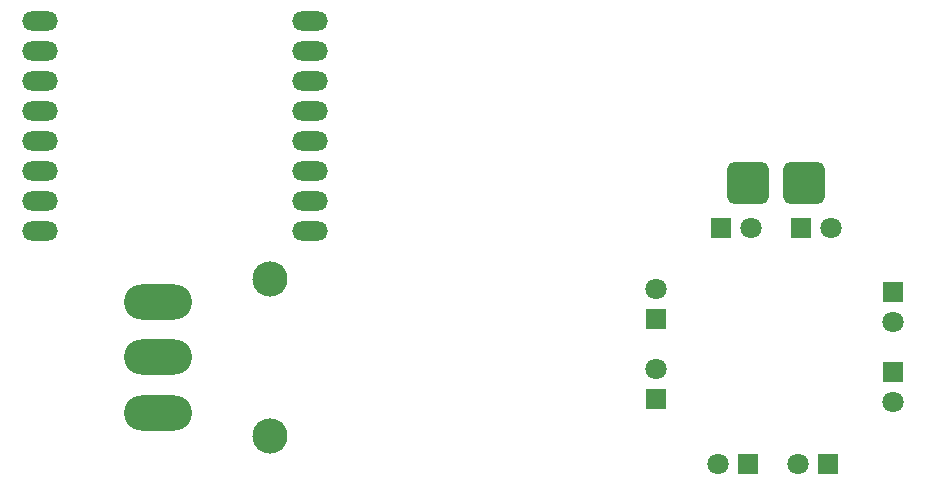
<source format=gbr>
%TF.GenerationSoftware,KiCad,Pcbnew,9.0.1*%
%TF.CreationDate,2025-06-19T23:09:26+02:00*%
%TF.ProjectId,Night-Gogle,4e696768-742d-4476-9f67-6c652e6b6963,rev?*%
%TF.SameCoordinates,Original*%
%TF.FileFunction,Soldermask,Bot*%
%TF.FilePolarity,Negative*%
%FSLAX46Y46*%
G04 Gerber Fmt 4.6, Leading zero omitted, Abs format (unit mm)*
G04 Created by KiCad (PCBNEW 9.0.1) date 2025-06-19 23:09:26*
%MOMM*%
%LPD*%
G01*
G04 APERTURE LIST*
G04 Aperture macros list*
%AMRoundRect*
0 Rectangle with rounded corners*
0 $1 Rounding radius*
0 $2 $3 $4 $5 $6 $7 $8 $9 X,Y pos of 4 corners*
0 Add a 4 corners polygon primitive as box body*
4,1,4,$2,$3,$4,$5,$6,$7,$8,$9,$2,$3,0*
0 Add four circle primitives for the rounded corners*
1,1,$1+$1,$2,$3*
1,1,$1+$1,$4,$5*
1,1,$1+$1,$6,$7*
1,1,$1+$1,$8,$9*
0 Add four rect primitives between the rounded corners*
20,1,$1+$1,$2,$3,$4,$5,0*
20,1,$1+$1,$4,$5,$6,$7,0*
20,1,$1+$1,$6,$7,$8,$9,0*
20,1,$1+$1,$8,$9,$2,$3,0*%
G04 Aperture macros list end*
%ADD10R,1.800000X1.800000*%
%ADD11C,1.800000*%
%ADD12O,5.754000X2.979000*%
%ADD13C,2.979000*%
%ADD14RoundRect,0.525000X1.225000X1.225000X-1.225000X1.225000X-1.225000X-1.225000X1.225000X-1.225000X0*%
%ADD15O,3.048800X1.626400*%
G04 APERTURE END LIST*
D10*
%TO.C,D2*%
X106250000Y-79250000D03*
D11*
X106250000Y-76710000D03*
%TD*%
D10*
%TO.C,D7*%
X118500000Y-71500000D03*
D11*
X121040000Y-71500000D03*
%TD*%
D10*
%TO.C,D6*%
X120780000Y-91500000D03*
D11*
X118240000Y-91500000D03*
%TD*%
D10*
%TO.C,D1*%
X106250000Y-85990000D03*
D11*
X106250000Y-83450000D03*
%TD*%
D10*
%TO.C,D3*%
X126250000Y-83740000D03*
D11*
X126250000Y-86280000D03*
%TD*%
D12*
%TO.C,SW2*%
X64025000Y-87200000D03*
X64025000Y-82500000D03*
X64025000Y-77800000D03*
D13*
X73555000Y-89105000D03*
X73555000Y-75895000D03*
%TD*%
D10*
%TO.C,D4*%
X126250000Y-76960000D03*
D11*
X126250000Y-79500000D03*
%TD*%
D10*
%TO.C,D5*%
X114000000Y-91500000D03*
D11*
X111460000Y-91500000D03*
%TD*%
D10*
%TO.C,D8*%
X111750000Y-71500000D03*
D11*
X114290000Y-71500000D03*
%TD*%
D14*
%TO.C,VIN2*%
X114000000Y-67750000D03*
%TD*%
%TO.C,IR-Led2*%
X118750000Y-67750000D03*
%TD*%
D15*
%TO.C,MCU1*%
X76930000Y-54020000D03*
X76930000Y-56560000D03*
X76930000Y-59100000D03*
X76930000Y-61640000D03*
X76930000Y-64180000D03*
X76930000Y-66720000D03*
X76930000Y-69260000D03*
X76930000Y-71800000D03*
X54070000Y-71800000D03*
X54070000Y-69260000D03*
X54070000Y-66720000D03*
X54070000Y-64180000D03*
X54070000Y-61640000D03*
X54070000Y-59100000D03*
X54070000Y-56560000D03*
X54070000Y-54020000D03*
%TD*%
M02*

</source>
